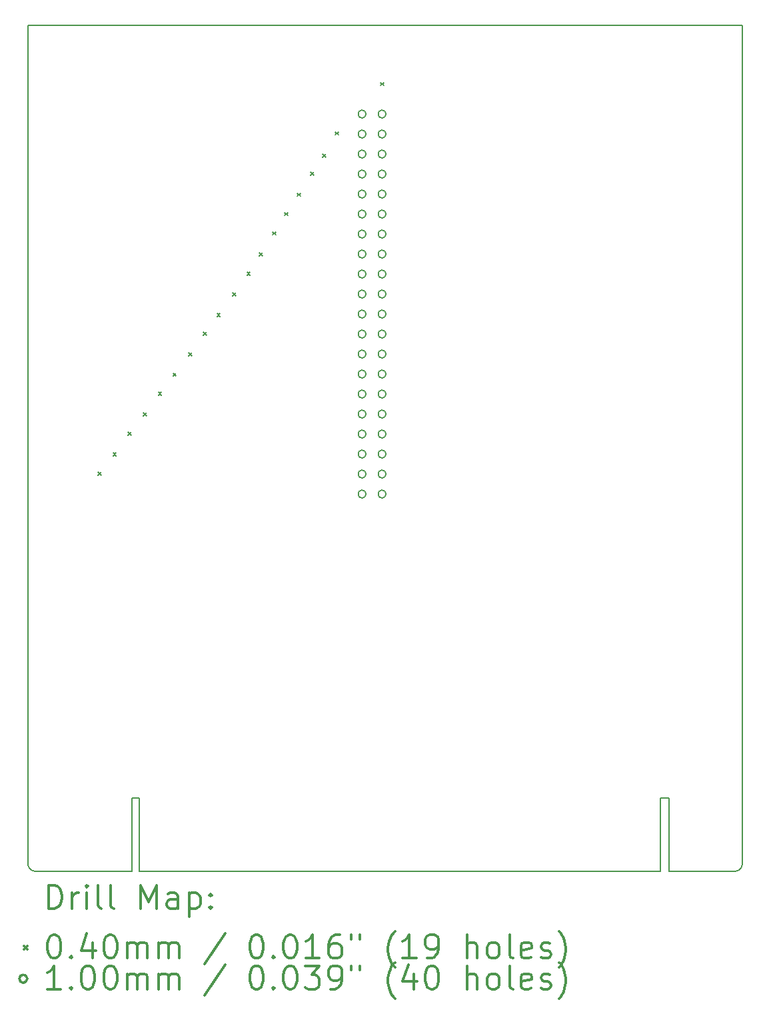
<source format=gbr>
%FSLAX45Y45*%
G04 Gerber Fmt 4.5, Leading zero omitted, Abs format (unit mm)*
G04 Created by KiCad (PCBNEW 4.0.7) date 07/15/18 20:55:24*
%MOMM*%
%LPD*%
G01*
G04 APERTURE LIST*
%ADD10C,0.127000*%
%ADD11C,0.150000*%
%ADD12C,0.200000*%
%ADD13C,0.300000*%
G04 APERTURE END LIST*
D10*
D11*
X7614158Y-14453946D02*
G75*
G03X7714158Y-14553946I100000J0D01*
G01*
X16594150Y-14553946D02*
G75*
G03X16694150Y-14453946I0J100000D01*
G01*
X15758160Y-14553946D02*
X16594150Y-14553946D01*
X9030208Y-14553946D02*
X15654528Y-14553946D01*
X9030208Y-13618464D02*
X9030208Y-14553946D01*
X8936736Y-13618464D02*
X9030208Y-13618464D01*
X8936736Y-14553946D02*
X8936736Y-13618464D01*
X15758160Y-13624560D02*
X15758160Y-14553946D01*
X15654528Y-13624560D02*
X15758160Y-13624560D01*
X15654528Y-14553946D02*
X15654528Y-13624560D01*
X7614158Y-3804920D02*
X7614158Y-14453946D01*
X16694150Y-3804920D02*
X7614158Y-3804920D01*
X16694150Y-14453946D02*
X16694150Y-3804920D01*
X7714158Y-14553946D02*
X8936736Y-14553946D01*
D12*
X8504494Y-9482394D02*
X8544494Y-9522394D01*
X8544494Y-9482394D02*
X8504494Y-9522394D01*
X8697280Y-9236522D02*
X8737280Y-9276522D01*
X8737280Y-9236522D02*
X8697280Y-9276522D01*
X8890066Y-8973886D02*
X8930066Y-9013886D01*
X8930066Y-8973886D02*
X8890066Y-9013886D01*
X9080058Y-8728014D02*
X9120058Y-8768014D01*
X9120058Y-8728014D02*
X9080058Y-8768014D01*
X9272844Y-8465378D02*
X9312844Y-8505378D01*
X9312844Y-8465378D02*
X9272844Y-8505378D01*
X9460042Y-8225094D02*
X9500042Y-8265094D01*
X9500042Y-8225094D02*
X9460042Y-8265094D01*
X9655622Y-7968046D02*
X9695622Y-8008046D01*
X9695622Y-7968046D02*
X9655622Y-8008046D01*
X9842820Y-7702616D02*
X9882820Y-7742616D01*
X9882820Y-7702616D02*
X9842820Y-7742616D01*
X10018842Y-7465126D02*
X10058842Y-7505126D01*
X10058842Y-7465126D02*
X10018842Y-7505126D01*
X10214422Y-7202490D02*
X10254422Y-7242490D01*
X10254422Y-7202490D02*
X10214422Y-7242490D01*
X10398826Y-6939854D02*
X10438826Y-6979854D01*
X10438826Y-6939854D02*
X10398826Y-6979854D01*
X10558084Y-6699570D02*
X10598084Y-6739570D01*
X10598084Y-6699570D02*
X10558084Y-6739570D01*
X10722930Y-6431346D02*
X10762930Y-6471346D01*
X10762930Y-6431346D02*
X10722930Y-6471346D01*
X10879394Y-6185474D02*
X10919394Y-6225474D01*
X10919394Y-6185474D02*
X10879394Y-6225474D01*
X11038652Y-5939602D02*
X11078652Y-5979602D01*
X11078652Y-5939602D02*
X11038652Y-5979602D01*
X11206292Y-5674172D02*
X11246292Y-5714172D01*
X11246292Y-5674172D02*
X11206292Y-5714172D01*
X11359962Y-5442270D02*
X11399962Y-5482270D01*
X11399962Y-5442270D02*
X11359962Y-5482270D01*
X11522014Y-5160076D02*
X11562014Y-5200076D01*
X11562014Y-5160076D02*
X11522014Y-5200076D01*
X12094276Y-4535236D02*
X12134276Y-4575236D01*
X12134276Y-4535236D02*
X12094276Y-4575236D01*
X11911800Y-4935220D02*
G75*
G03X11911800Y-4935220I-50000J0D01*
G01*
X11911800Y-5189220D02*
G75*
G03X11911800Y-5189220I-50000J0D01*
G01*
X11911800Y-5443220D02*
G75*
G03X11911800Y-5443220I-50000J0D01*
G01*
X11911800Y-5697220D02*
G75*
G03X11911800Y-5697220I-50000J0D01*
G01*
X11911800Y-5951220D02*
G75*
G03X11911800Y-5951220I-50000J0D01*
G01*
X11911800Y-6205220D02*
G75*
G03X11911800Y-6205220I-50000J0D01*
G01*
X11911800Y-6459220D02*
G75*
G03X11911800Y-6459220I-50000J0D01*
G01*
X11911800Y-6713220D02*
G75*
G03X11911800Y-6713220I-50000J0D01*
G01*
X11911800Y-6967220D02*
G75*
G03X11911800Y-6967220I-50000J0D01*
G01*
X11911800Y-7221220D02*
G75*
G03X11911800Y-7221220I-50000J0D01*
G01*
X11911800Y-7475220D02*
G75*
G03X11911800Y-7475220I-50000J0D01*
G01*
X11911800Y-7729220D02*
G75*
G03X11911800Y-7729220I-50000J0D01*
G01*
X11911800Y-7983220D02*
G75*
G03X11911800Y-7983220I-50000J0D01*
G01*
X11911800Y-8237220D02*
G75*
G03X11911800Y-8237220I-50000J0D01*
G01*
X11911800Y-8491220D02*
G75*
G03X11911800Y-8491220I-50000J0D01*
G01*
X11911800Y-8745220D02*
G75*
G03X11911800Y-8745220I-50000J0D01*
G01*
X11911800Y-8999220D02*
G75*
G03X11911800Y-8999220I-50000J0D01*
G01*
X11911800Y-9253220D02*
G75*
G03X11911800Y-9253220I-50000J0D01*
G01*
X11911800Y-9507220D02*
G75*
G03X11911800Y-9507220I-50000J0D01*
G01*
X11911800Y-9761220D02*
G75*
G03X11911800Y-9761220I-50000J0D01*
G01*
X12165800Y-4935220D02*
G75*
G03X12165800Y-4935220I-50000J0D01*
G01*
X12165800Y-5189220D02*
G75*
G03X12165800Y-5189220I-50000J0D01*
G01*
X12165800Y-5443220D02*
G75*
G03X12165800Y-5443220I-50000J0D01*
G01*
X12165800Y-5697220D02*
G75*
G03X12165800Y-5697220I-50000J0D01*
G01*
X12165800Y-5951220D02*
G75*
G03X12165800Y-5951220I-50000J0D01*
G01*
X12165800Y-6205220D02*
G75*
G03X12165800Y-6205220I-50000J0D01*
G01*
X12165800Y-6459220D02*
G75*
G03X12165800Y-6459220I-50000J0D01*
G01*
X12165800Y-6713220D02*
G75*
G03X12165800Y-6713220I-50000J0D01*
G01*
X12165800Y-6967220D02*
G75*
G03X12165800Y-6967220I-50000J0D01*
G01*
X12165800Y-7221220D02*
G75*
G03X12165800Y-7221220I-50000J0D01*
G01*
X12165800Y-7475220D02*
G75*
G03X12165800Y-7475220I-50000J0D01*
G01*
X12165800Y-7729220D02*
G75*
G03X12165800Y-7729220I-50000J0D01*
G01*
X12165800Y-7983220D02*
G75*
G03X12165800Y-7983220I-50000J0D01*
G01*
X12165800Y-8237220D02*
G75*
G03X12165800Y-8237220I-50000J0D01*
G01*
X12165800Y-8491220D02*
G75*
G03X12165800Y-8491220I-50000J0D01*
G01*
X12165800Y-8745220D02*
G75*
G03X12165800Y-8745220I-50000J0D01*
G01*
X12165800Y-8999220D02*
G75*
G03X12165800Y-8999220I-50000J0D01*
G01*
X12165800Y-9253220D02*
G75*
G03X12165800Y-9253220I-50000J0D01*
G01*
X12165800Y-9507220D02*
G75*
G03X12165800Y-9507220I-50000J0D01*
G01*
X12165800Y-9761220D02*
G75*
G03X12165800Y-9761220I-50000J0D01*
G01*
D13*
X7878086Y-15027160D02*
X7878086Y-14727160D01*
X7949515Y-14727160D01*
X7992372Y-14741446D01*
X8020944Y-14770017D01*
X8035229Y-14798589D01*
X8049515Y-14855732D01*
X8049515Y-14898589D01*
X8035229Y-14955732D01*
X8020944Y-14984303D01*
X7992372Y-15012875D01*
X7949515Y-15027160D01*
X7878086Y-15027160D01*
X8178086Y-15027160D02*
X8178086Y-14827160D01*
X8178086Y-14884303D02*
X8192372Y-14855732D01*
X8206658Y-14841446D01*
X8235229Y-14827160D01*
X8263801Y-14827160D01*
X8363801Y-15027160D02*
X8363801Y-14827160D01*
X8363801Y-14727160D02*
X8349515Y-14741446D01*
X8363801Y-14755732D01*
X8378086Y-14741446D01*
X8363801Y-14727160D01*
X8363801Y-14755732D01*
X8549515Y-15027160D02*
X8520944Y-15012875D01*
X8506658Y-14984303D01*
X8506658Y-14727160D01*
X8706658Y-15027160D02*
X8678087Y-15012875D01*
X8663801Y-14984303D01*
X8663801Y-14727160D01*
X9049515Y-15027160D02*
X9049515Y-14727160D01*
X9149515Y-14941446D01*
X9249515Y-14727160D01*
X9249515Y-15027160D01*
X9520944Y-15027160D02*
X9520944Y-14870017D01*
X9506658Y-14841446D01*
X9478087Y-14827160D01*
X9420944Y-14827160D01*
X9392372Y-14841446D01*
X9520944Y-15012875D02*
X9492372Y-15027160D01*
X9420944Y-15027160D01*
X9392372Y-15012875D01*
X9378087Y-14984303D01*
X9378087Y-14955732D01*
X9392372Y-14927160D01*
X9420944Y-14912875D01*
X9492372Y-14912875D01*
X9520944Y-14898589D01*
X9663801Y-14827160D02*
X9663801Y-15127160D01*
X9663801Y-14841446D02*
X9692372Y-14827160D01*
X9749515Y-14827160D01*
X9778087Y-14841446D01*
X9792372Y-14855732D01*
X9806658Y-14884303D01*
X9806658Y-14970017D01*
X9792372Y-14998589D01*
X9778087Y-15012875D01*
X9749515Y-15027160D01*
X9692372Y-15027160D01*
X9663801Y-15012875D01*
X9935229Y-14998589D02*
X9949515Y-15012875D01*
X9935229Y-15027160D01*
X9920944Y-15012875D01*
X9935229Y-14998589D01*
X9935229Y-15027160D01*
X9935229Y-14841446D02*
X9949515Y-14855732D01*
X9935229Y-14870017D01*
X9920944Y-14855732D01*
X9935229Y-14841446D01*
X9935229Y-14870017D01*
X7566658Y-15501446D02*
X7606658Y-15541446D01*
X7606658Y-15501446D02*
X7566658Y-15541446D01*
X7935229Y-15357160D02*
X7963801Y-15357160D01*
X7992372Y-15371446D01*
X8006658Y-15385732D01*
X8020944Y-15414303D01*
X8035229Y-15471446D01*
X8035229Y-15542875D01*
X8020944Y-15600017D01*
X8006658Y-15628589D01*
X7992372Y-15642875D01*
X7963801Y-15657160D01*
X7935229Y-15657160D01*
X7906658Y-15642875D01*
X7892372Y-15628589D01*
X7878086Y-15600017D01*
X7863801Y-15542875D01*
X7863801Y-15471446D01*
X7878086Y-15414303D01*
X7892372Y-15385732D01*
X7906658Y-15371446D01*
X7935229Y-15357160D01*
X8163801Y-15628589D02*
X8178086Y-15642875D01*
X8163801Y-15657160D01*
X8149515Y-15642875D01*
X8163801Y-15628589D01*
X8163801Y-15657160D01*
X8435229Y-15457160D02*
X8435229Y-15657160D01*
X8363801Y-15342875D02*
X8292372Y-15557160D01*
X8478086Y-15557160D01*
X8649515Y-15357160D02*
X8678087Y-15357160D01*
X8706658Y-15371446D01*
X8720944Y-15385732D01*
X8735229Y-15414303D01*
X8749515Y-15471446D01*
X8749515Y-15542875D01*
X8735229Y-15600017D01*
X8720944Y-15628589D01*
X8706658Y-15642875D01*
X8678087Y-15657160D01*
X8649515Y-15657160D01*
X8620944Y-15642875D01*
X8606658Y-15628589D01*
X8592372Y-15600017D01*
X8578087Y-15542875D01*
X8578087Y-15471446D01*
X8592372Y-15414303D01*
X8606658Y-15385732D01*
X8620944Y-15371446D01*
X8649515Y-15357160D01*
X8878087Y-15657160D02*
X8878087Y-15457160D01*
X8878087Y-15485732D02*
X8892372Y-15471446D01*
X8920944Y-15457160D01*
X8963801Y-15457160D01*
X8992372Y-15471446D01*
X9006658Y-15500017D01*
X9006658Y-15657160D01*
X9006658Y-15500017D02*
X9020944Y-15471446D01*
X9049515Y-15457160D01*
X9092372Y-15457160D01*
X9120944Y-15471446D01*
X9135229Y-15500017D01*
X9135229Y-15657160D01*
X9278087Y-15657160D02*
X9278087Y-15457160D01*
X9278087Y-15485732D02*
X9292372Y-15471446D01*
X9320944Y-15457160D01*
X9363801Y-15457160D01*
X9392372Y-15471446D01*
X9406658Y-15500017D01*
X9406658Y-15657160D01*
X9406658Y-15500017D02*
X9420944Y-15471446D01*
X9449515Y-15457160D01*
X9492372Y-15457160D01*
X9520944Y-15471446D01*
X9535229Y-15500017D01*
X9535229Y-15657160D01*
X10120944Y-15342875D02*
X9863801Y-15728589D01*
X10506658Y-15357160D02*
X10535229Y-15357160D01*
X10563801Y-15371446D01*
X10578086Y-15385732D01*
X10592372Y-15414303D01*
X10606658Y-15471446D01*
X10606658Y-15542875D01*
X10592372Y-15600017D01*
X10578086Y-15628589D01*
X10563801Y-15642875D01*
X10535229Y-15657160D01*
X10506658Y-15657160D01*
X10478086Y-15642875D01*
X10463801Y-15628589D01*
X10449515Y-15600017D01*
X10435229Y-15542875D01*
X10435229Y-15471446D01*
X10449515Y-15414303D01*
X10463801Y-15385732D01*
X10478086Y-15371446D01*
X10506658Y-15357160D01*
X10735229Y-15628589D02*
X10749515Y-15642875D01*
X10735229Y-15657160D01*
X10720944Y-15642875D01*
X10735229Y-15628589D01*
X10735229Y-15657160D01*
X10935229Y-15357160D02*
X10963801Y-15357160D01*
X10992372Y-15371446D01*
X11006658Y-15385732D01*
X11020944Y-15414303D01*
X11035229Y-15471446D01*
X11035229Y-15542875D01*
X11020944Y-15600017D01*
X11006658Y-15628589D01*
X10992372Y-15642875D01*
X10963801Y-15657160D01*
X10935229Y-15657160D01*
X10906658Y-15642875D01*
X10892372Y-15628589D01*
X10878086Y-15600017D01*
X10863801Y-15542875D01*
X10863801Y-15471446D01*
X10878086Y-15414303D01*
X10892372Y-15385732D01*
X10906658Y-15371446D01*
X10935229Y-15357160D01*
X11320943Y-15657160D02*
X11149515Y-15657160D01*
X11235229Y-15657160D02*
X11235229Y-15357160D01*
X11206658Y-15400017D01*
X11178086Y-15428589D01*
X11149515Y-15442875D01*
X11578086Y-15357160D02*
X11520943Y-15357160D01*
X11492372Y-15371446D01*
X11478086Y-15385732D01*
X11449515Y-15428589D01*
X11435229Y-15485732D01*
X11435229Y-15600017D01*
X11449515Y-15628589D01*
X11463801Y-15642875D01*
X11492372Y-15657160D01*
X11549515Y-15657160D01*
X11578086Y-15642875D01*
X11592372Y-15628589D01*
X11606658Y-15600017D01*
X11606658Y-15528589D01*
X11592372Y-15500017D01*
X11578086Y-15485732D01*
X11549515Y-15471446D01*
X11492372Y-15471446D01*
X11463801Y-15485732D01*
X11449515Y-15500017D01*
X11435229Y-15528589D01*
X11720944Y-15357160D02*
X11720944Y-15414303D01*
X11835229Y-15357160D02*
X11835229Y-15414303D01*
X12278086Y-15771446D02*
X12263801Y-15757160D01*
X12235229Y-15714303D01*
X12220943Y-15685732D01*
X12206658Y-15642875D01*
X12192372Y-15571446D01*
X12192372Y-15514303D01*
X12206658Y-15442875D01*
X12220943Y-15400017D01*
X12235229Y-15371446D01*
X12263801Y-15328589D01*
X12278086Y-15314303D01*
X12549515Y-15657160D02*
X12378086Y-15657160D01*
X12463801Y-15657160D02*
X12463801Y-15357160D01*
X12435229Y-15400017D01*
X12406658Y-15428589D01*
X12378086Y-15442875D01*
X12692372Y-15657160D02*
X12749515Y-15657160D01*
X12778086Y-15642875D01*
X12792372Y-15628589D01*
X12820943Y-15585732D01*
X12835229Y-15528589D01*
X12835229Y-15414303D01*
X12820943Y-15385732D01*
X12806658Y-15371446D01*
X12778086Y-15357160D01*
X12720943Y-15357160D01*
X12692372Y-15371446D01*
X12678086Y-15385732D01*
X12663801Y-15414303D01*
X12663801Y-15485732D01*
X12678086Y-15514303D01*
X12692372Y-15528589D01*
X12720943Y-15542875D01*
X12778086Y-15542875D01*
X12806658Y-15528589D01*
X12820943Y-15514303D01*
X12835229Y-15485732D01*
X13192372Y-15657160D02*
X13192372Y-15357160D01*
X13320943Y-15657160D02*
X13320943Y-15500017D01*
X13306658Y-15471446D01*
X13278086Y-15457160D01*
X13235229Y-15457160D01*
X13206658Y-15471446D01*
X13192372Y-15485732D01*
X13506658Y-15657160D02*
X13478086Y-15642875D01*
X13463801Y-15628589D01*
X13449515Y-15600017D01*
X13449515Y-15514303D01*
X13463801Y-15485732D01*
X13478086Y-15471446D01*
X13506658Y-15457160D01*
X13549515Y-15457160D01*
X13578086Y-15471446D01*
X13592372Y-15485732D01*
X13606658Y-15514303D01*
X13606658Y-15600017D01*
X13592372Y-15628589D01*
X13578086Y-15642875D01*
X13549515Y-15657160D01*
X13506658Y-15657160D01*
X13778086Y-15657160D02*
X13749515Y-15642875D01*
X13735229Y-15614303D01*
X13735229Y-15357160D01*
X14006658Y-15642875D02*
X13978086Y-15657160D01*
X13920944Y-15657160D01*
X13892372Y-15642875D01*
X13878086Y-15614303D01*
X13878086Y-15500017D01*
X13892372Y-15471446D01*
X13920944Y-15457160D01*
X13978086Y-15457160D01*
X14006658Y-15471446D01*
X14020944Y-15500017D01*
X14020944Y-15528589D01*
X13878086Y-15557160D01*
X14135229Y-15642875D02*
X14163801Y-15657160D01*
X14220944Y-15657160D01*
X14249515Y-15642875D01*
X14263801Y-15614303D01*
X14263801Y-15600017D01*
X14249515Y-15571446D01*
X14220944Y-15557160D01*
X14178086Y-15557160D01*
X14149515Y-15542875D01*
X14135229Y-15514303D01*
X14135229Y-15500017D01*
X14149515Y-15471446D01*
X14178086Y-15457160D01*
X14220944Y-15457160D01*
X14249515Y-15471446D01*
X14363801Y-15771446D02*
X14378086Y-15757160D01*
X14406658Y-15714303D01*
X14420944Y-15685732D01*
X14435229Y-15642875D01*
X14449515Y-15571446D01*
X14449515Y-15514303D01*
X14435229Y-15442875D01*
X14420944Y-15400017D01*
X14406658Y-15371446D01*
X14378086Y-15328589D01*
X14363801Y-15314303D01*
X7606658Y-15917446D02*
G75*
G03X7606658Y-15917446I-50000J0D01*
G01*
X8035229Y-16053160D02*
X7863801Y-16053160D01*
X7949515Y-16053160D02*
X7949515Y-15753160D01*
X7920944Y-15796017D01*
X7892372Y-15824589D01*
X7863801Y-15838875D01*
X8163801Y-16024589D02*
X8178086Y-16038875D01*
X8163801Y-16053160D01*
X8149515Y-16038875D01*
X8163801Y-16024589D01*
X8163801Y-16053160D01*
X8363801Y-15753160D02*
X8392372Y-15753160D01*
X8420944Y-15767446D01*
X8435229Y-15781732D01*
X8449515Y-15810303D01*
X8463801Y-15867446D01*
X8463801Y-15938875D01*
X8449515Y-15996017D01*
X8435229Y-16024589D01*
X8420944Y-16038875D01*
X8392372Y-16053160D01*
X8363801Y-16053160D01*
X8335229Y-16038875D01*
X8320944Y-16024589D01*
X8306658Y-15996017D01*
X8292372Y-15938875D01*
X8292372Y-15867446D01*
X8306658Y-15810303D01*
X8320944Y-15781732D01*
X8335229Y-15767446D01*
X8363801Y-15753160D01*
X8649515Y-15753160D02*
X8678087Y-15753160D01*
X8706658Y-15767446D01*
X8720944Y-15781732D01*
X8735229Y-15810303D01*
X8749515Y-15867446D01*
X8749515Y-15938875D01*
X8735229Y-15996017D01*
X8720944Y-16024589D01*
X8706658Y-16038875D01*
X8678087Y-16053160D01*
X8649515Y-16053160D01*
X8620944Y-16038875D01*
X8606658Y-16024589D01*
X8592372Y-15996017D01*
X8578087Y-15938875D01*
X8578087Y-15867446D01*
X8592372Y-15810303D01*
X8606658Y-15781732D01*
X8620944Y-15767446D01*
X8649515Y-15753160D01*
X8878087Y-16053160D02*
X8878087Y-15853160D01*
X8878087Y-15881732D02*
X8892372Y-15867446D01*
X8920944Y-15853160D01*
X8963801Y-15853160D01*
X8992372Y-15867446D01*
X9006658Y-15896017D01*
X9006658Y-16053160D01*
X9006658Y-15896017D02*
X9020944Y-15867446D01*
X9049515Y-15853160D01*
X9092372Y-15853160D01*
X9120944Y-15867446D01*
X9135229Y-15896017D01*
X9135229Y-16053160D01*
X9278087Y-16053160D02*
X9278087Y-15853160D01*
X9278087Y-15881732D02*
X9292372Y-15867446D01*
X9320944Y-15853160D01*
X9363801Y-15853160D01*
X9392372Y-15867446D01*
X9406658Y-15896017D01*
X9406658Y-16053160D01*
X9406658Y-15896017D02*
X9420944Y-15867446D01*
X9449515Y-15853160D01*
X9492372Y-15853160D01*
X9520944Y-15867446D01*
X9535229Y-15896017D01*
X9535229Y-16053160D01*
X10120944Y-15738875D02*
X9863801Y-16124589D01*
X10506658Y-15753160D02*
X10535229Y-15753160D01*
X10563801Y-15767446D01*
X10578086Y-15781732D01*
X10592372Y-15810303D01*
X10606658Y-15867446D01*
X10606658Y-15938875D01*
X10592372Y-15996017D01*
X10578086Y-16024589D01*
X10563801Y-16038875D01*
X10535229Y-16053160D01*
X10506658Y-16053160D01*
X10478086Y-16038875D01*
X10463801Y-16024589D01*
X10449515Y-15996017D01*
X10435229Y-15938875D01*
X10435229Y-15867446D01*
X10449515Y-15810303D01*
X10463801Y-15781732D01*
X10478086Y-15767446D01*
X10506658Y-15753160D01*
X10735229Y-16024589D02*
X10749515Y-16038875D01*
X10735229Y-16053160D01*
X10720944Y-16038875D01*
X10735229Y-16024589D01*
X10735229Y-16053160D01*
X10935229Y-15753160D02*
X10963801Y-15753160D01*
X10992372Y-15767446D01*
X11006658Y-15781732D01*
X11020944Y-15810303D01*
X11035229Y-15867446D01*
X11035229Y-15938875D01*
X11020944Y-15996017D01*
X11006658Y-16024589D01*
X10992372Y-16038875D01*
X10963801Y-16053160D01*
X10935229Y-16053160D01*
X10906658Y-16038875D01*
X10892372Y-16024589D01*
X10878086Y-15996017D01*
X10863801Y-15938875D01*
X10863801Y-15867446D01*
X10878086Y-15810303D01*
X10892372Y-15781732D01*
X10906658Y-15767446D01*
X10935229Y-15753160D01*
X11135229Y-15753160D02*
X11320943Y-15753160D01*
X11220943Y-15867446D01*
X11263801Y-15867446D01*
X11292372Y-15881732D01*
X11306658Y-15896017D01*
X11320943Y-15924589D01*
X11320943Y-15996017D01*
X11306658Y-16024589D01*
X11292372Y-16038875D01*
X11263801Y-16053160D01*
X11178086Y-16053160D01*
X11149515Y-16038875D01*
X11135229Y-16024589D01*
X11463801Y-16053160D02*
X11520943Y-16053160D01*
X11549515Y-16038875D01*
X11563801Y-16024589D01*
X11592372Y-15981732D01*
X11606658Y-15924589D01*
X11606658Y-15810303D01*
X11592372Y-15781732D01*
X11578086Y-15767446D01*
X11549515Y-15753160D01*
X11492372Y-15753160D01*
X11463801Y-15767446D01*
X11449515Y-15781732D01*
X11435229Y-15810303D01*
X11435229Y-15881732D01*
X11449515Y-15910303D01*
X11463801Y-15924589D01*
X11492372Y-15938875D01*
X11549515Y-15938875D01*
X11578086Y-15924589D01*
X11592372Y-15910303D01*
X11606658Y-15881732D01*
X11720944Y-15753160D02*
X11720944Y-15810303D01*
X11835229Y-15753160D02*
X11835229Y-15810303D01*
X12278086Y-16167446D02*
X12263801Y-16153160D01*
X12235229Y-16110303D01*
X12220943Y-16081732D01*
X12206658Y-16038875D01*
X12192372Y-15967446D01*
X12192372Y-15910303D01*
X12206658Y-15838875D01*
X12220943Y-15796017D01*
X12235229Y-15767446D01*
X12263801Y-15724589D01*
X12278086Y-15710303D01*
X12520943Y-15853160D02*
X12520943Y-16053160D01*
X12449515Y-15738875D02*
X12378086Y-15953160D01*
X12563801Y-15953160D01*
X12735229Y-15753160D02*
X12763801Y-15753160D01*
X12792372Y-15767446D01*
X12806658Y-15781732D01*
X12820943Y-15810303D01*
X12835229Y-15867446D01*
X12835229Y-15938875D01*
X12820943Y-15996017D01*
X12806658Y-16024589D01*
X12792372Y-16038875D01*
X12763801Y-16053160D01*
X12735229Y-16053160D01*
X12706658Y-16038875D01*
X12692372Y-16024589D01*
X12678086Y-15996017D01*
X12663801Y-15938875D01*
X12663801Y-15867446D01*
X12678086Y-15810303D01*
X12692372Y-15781732D01*
X12706658Y-15767446D01*
X12735229Y-15753160D01*
X13192372Y-16053160D02*
X13192372Y-15753160D01*
X13320943Y-16053160D02*
X13320943Y-15896017D01*
X13306658Y-15867446D01*
X13278086Y-15853160D01*
X13235229Y-15853160D01*
X13206658Y-15867446D01*
X13192372Y-15881732D01*
X13506658Y-16053160D02*
X13478086Y-16038875D01*
X13463801Y-16024589D01*
X13449515Y-15996017D01*
X13449515Y-15910303D01*
X13463801Y-15881732D01*
X13478086Y-15867446D01*
X13506658Y-15853160D01*
X13549515Y-15853160D01*
X13578086Y-15867446D01*
X13592372Y-15881732D01*
X13606658Y-15910303D01*
X13606658Y-15996017D01*
X13592372Y-16024589D01*
X13578086Y-16038875D01*
X13549515Y-16053160D01*
X13506658Y-16053160D01*
X13778086Y-16053160D02*
X13749515Y-16038875D01*
X13735229Y-16010303D01*
X13735229Y-15753160D01*
X14006658Y-16038875D02*
X13978086Y-16053160D01*
X13920944Y-16053160D01*
X13892372Y-16038875D01*
X13878086Y-16010303D01*
X13878086Y-15896017D01*
X13892372Y-15867446D01*
X13920944Y-15853160D01*
X13978086Y-15853160D01*
X14006658Y-15867446D01*
X14020944Y-15896017D01*
X14020944Y-15924589D01*
X13878086Y-15953160D01*
X14135229Y-16038875D02*
X14163801Y-16053160D01*
X14220944Y-16053160D01*
X14249515Y-16038875D01*
X14263801Y-16010303D01*
X14263801Y-15996017D01*
X14249515Y-15967446D01*
X14220944Y-15953160D01*
X14178086Y-15953160D01*
X14149515Y-15938875D01*
X14135229Y-15910303D01*
X14135229Y-15896017D01*
X14149515Y-15867446D01*
X14178086Y-15853160D01*
X14220944Y-15853160D01*
X14249515Y-15867446D01*
X14363801Y-16167446D02*
X14378086Y-16153160D01*
X14406658Y-16110303D01*
X14420944Y-16081732D01*
X14435229Y-16038875D01*
X14449515Y-15967446D01*
X14449515Y-15910303D01*
X14435229Y-15838875D01*
X14420944Y-15796017D01*
X14406658Y-15767446D01*
X14378086Y-15724589D01*
X14363801Y-15710303D01*
M02*

</source>
